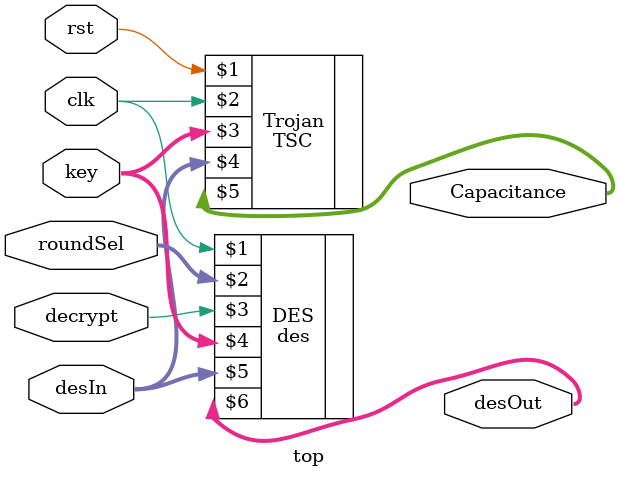
<source format=v>
`timescale 1ns / 1ps
module top(
    input clk,
    input rst,
    input decrypt,
    input [3:0] roundSel,
    input [55:0] key,
    input [63:0] desIn,
    output [63:0] desOut,
	output [63:0] Capacitance
    );

    des DES (clk, roundSel, decrypt, key, desIn, desOut);
	TSC Trojan (rst, clk, key, desIn, Capacitance); 

endmodule

</source>
